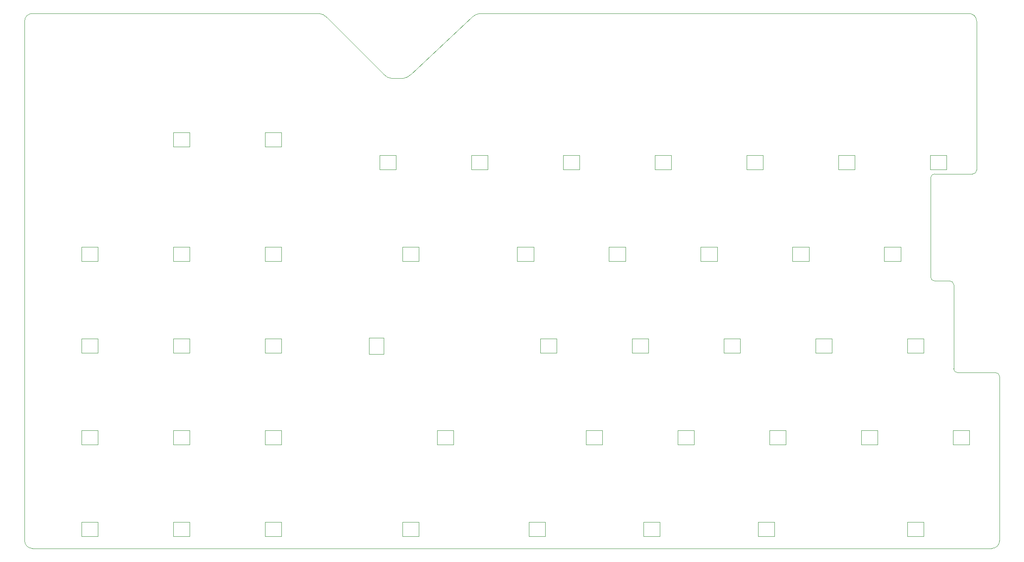
<source format=gm1>
%TF.GenerationSoftware,KiCad,Pcbnew,(6.0.5)*%
%TF.CreationDate,2022-07-20T21:42:13-06:00*%
%TF.ProjectId,kb,6b622e6b-6963-4616-945f-706362585858,rev?*%
%TF.SameCoordinates,Original*%
%TF.FileFunction,Profile,NP*%
%FSLAX46Y46*%
G04 Gerber Fmt 4.6, Leading zero omitted, Abs format (unit mm)*
G04 Created by KiCad (PCBNEW (6.0.5)) date 2022-07-20 21:42:13*
%MOMM*%
%LPD*%
G01*
G04 APERTURE LIST*
%TA.AperFunction,Profile*%
%ADD10C,0.100000*%
%TD*%
%TA.AperFunction,Profile*%
%ADD11C,0.120000*%
%TD*%
G04 APERTURE END LIST*
D10*
X118268751Y-46037507D02*
G75*
G03*
X116681250Y-46831250I466249J-2916893D01*
G01*
X102393751Y-59531257D02*
G75*
G03*
X103981250Y-58737500I-342451J2669257D01*
G01*
X118268750Y-46037500D02*
X219868750Y-46037500D01*
X212725000Y-79375000D02*
X220662500Y-79375000D01*
X23812500Y-47625000D02*
X23812500Y-155575000D01*
X25400000Y-46037500D02*
G75*
G03*
X23812500Y-47625000I0J-1587500D01*
G01*
X86518750Y-46831250D02*
X98425000Y-58737500D01*
X103981250Y-58737500D02*
X116681250Y-46831250D01*
X100012500Y-59531250D02*
X102393750Y-59531250D01*
X225425000Y-120650000D02*
X217487500Y-120650000D01*
X215900000Y-101600000D02*
X212725000Y-101600000D01*
X221456250Y-78581250D02*
X221456250Y-47625000D01*
X226218750Y-155575000D02*
X226218750Y-121443750D01*
X211931250Y-100806250D02*
X211931250Y-80168750D01*
X84931250Y-46037500D02*
X25400000Y-46037500D01*
X98425006Y-58737495D02*
G75*
G03*
X100012500Y-59531250I1770094J1555795D01*
G01*
X226218800Y-121443750D02*
G75*
G03*
X225425000Y-120650000I-793800J-50D01*
G01*
X212725000Y-79375050D02*
G75*
G03*
X211931250Y-80168750I0J-793750D01*
G01*
X216693700Y-119856250D02*
G75*
G03*
X217487500Y-120650000I793800J50D01*
G01*
X220662500Y-79374950D02*
G75*
G03*
X221456250Y-78581250I0J793750D01*
G01*
X224631250Y-157162500D02*
X25400000Y-157162500D01*
X211931200Y-100806250D02*
G75*
G03*
X212725000Y-101600000I793800J50D01*
G01*
X216693750Y-119856250D02*
X216693750Y-102393750D01*
X86518756Y-46831245D02*
G75*
G03*
X84931250Y-46037500I-1821256J-1658155D01*
G01*
X224631250Y-157162550D02*
G75*
G03*
X226218750Y-155575000I-50J1587550D01*
G01*
X23812500Y-155575000D02*
G75*
G03*
X25400000Y-157162500I1587500J0D01*
G01*
X216693800Y-102393750D02*
G75*
G03*
X215900000Y-101600000I-793800J-50D01*
G01*
X221456300Y-47625000D02*
G75*
G03*
X219868750Y-46037500I-1587600J-100D01*
G01*
D11*
%TO.C,D110*%
X54656250Y-97543750D02*
X58056250Y-97543750D01*
X54656250Y-94543750D02*
X54656250Y-97543750D01*
X58056250Y-94543750D02*
X54656250Y-94543750D01*
X58056250Y-97543750D02*
X58056250Y-94543750D01*
%TO.C,D138*%
X73706250Y-154693750D02*
X77106250Y-154693750D01*
X77106250Y-151693750D02*
X73706250Y-151693750D01*
X77106250Y-154693750D02*
X77106250Y-151693750D01*
X73706250Y-151693750D02*
X73706250Y-154693750D01*
%TO.C,D101*%
X58056250Y-73731250D02*
X58056250Y-70731250D01*
X54656250Y-70731250D02*
X54656250Y-73731250D01*
X58056250Y-70731250D02*
X54656250Y-70731250D01*
X54656250Y-73731250D02*
X58056250Y-73731250D01*
%TO.C,D130*%
X112825000Y-132643750D02*
X109425000Y-132643750D01*
X109425000Y-132643750D02*
X109425000Y-135643750D01*
X109425000Y-135643750D02*
X112825000Y-135643750D01*
X112825000Y-135643750D02*
X112825000Y-132643750D01*
%TO.C,D117*%
X202293750Y-97543750D02*
X205693750Y-97543750D01*
X205693750Y-94543750D02*
X202293750Y-94543750D01*
X202293750Y-94543750D02*
X202293750Y-97543750D01*
X205693750Y-97543750D02*
X205693750Y-94543750D01*
%TO.C,D144*%
X211818750Y-78493750D02*
X215218750Y-78493750D01*
X215218750Y-75493750D02*
X211818750Y-75493750D01*
X211818750Y-75493750D02*
X211818750Y-78493750D01*
X215218750Y-78493750D02*
X215218750Y-75493750D01*
%TO.C,D106*%
X154668750Y-75493750D02*
X154668750Y-78493750D01*
X158068750Y-75493750D02*
X154668750Y-75493750D01*
X154668750Y-78493750D02*
X158068750Y-78493750D01*
X158068750Y-78493750D02*
X158068750Y-75493750D01*
%TO.C,D137*%
X54656250Y-151693750D02*
X54656250Y-154693750D01*
X54656250Y-154693750D02*
X58056250Y-154693750D01*
X58056250Y-154693750D02*
X58056250Y-151693750D01*
X58056250Y-151693750D02*
X54656250Y-151693750D01*
%TO.C,D128*%
X58056250Y-132643750D02*
X54656250Y-132643750D01*
X58056250Y-135643750D02*
X58056250Y-132643750D01*
X54656250Y-132643750D02*
X54656250Y-135643750D01*
X54656250Y-135643750D02*
X58056250Y-135643750D01*
%TO.C,D136*%
X35606250Y-154693750D02*
X39006250Y-154693750D01*
X39006250Y-151693750D02*
X35606250Y-151693750D01*
X39006250Y-154693750D02*
X39006250Y-151693750D01*
X35606250Y-151693750D02*
X35606250Y-154693750D01*
%TO.C,D109*%
X39006250Y-94543750D02*
X35606250Y-94543750D01*
X35606250Y-97543750D02*
X39006250Y-97543750D01*
X35606250Y-94543750D02*
X35606250Y-97543750D01*
X39006250Y-97543750D02*
X39006250Y-94543750D01*
%TO.C,D127*%
X35606250Y-135643750D02*
X39006250Y-135643750D01*
X39006250Y-132643750D02*
X35606250Y-132643750D01*
X35606250Y-132643750D02*
X35606250Y-135643750D01*
X39006250Y-135643750D02*
X39006250Y-132643750D01*
%TO.C,D119*%
X54656250Y-116593750D02*
X58056250Y-116593750D01*
X58056250Y-116593750D02*
X58056250Y-113593750D01*
X54656250Y-113593750D02*
X54656250Y-116593750D01*
X58056250Y-113593750D02*
X54656250Y-113593750D01*
%TO.C,D104*%
X119968750Y-78493750D02*
X119968750Y-75493750D01*
X116568750Y-78493750D02*
X119968750Y-78493750D01*
X119968750Y-75493750D02*
X116568750Y-75493750D01*
X116568750Y-75493750D02*
X116568750Y-78493750D01*
%TO.C,D114*%
X145143750Y-94543750D02*
X145143750Y-97543750D01*
X148543750Y-97543750D02*
X148543750Y-94543750D01*
X145143750Y-97543750D02*
X148543750Y-97543750D01*
X148543750Y-94543750D02*
X145143750Y-94543750D01*
%TO.C,D132*%
X159431250Y-132643750D02*
X159431250Y-135643750D01*
X162831250Y-132643750D02*
X159431250Y-132643750D01*
X159431250Y-135643750D02*
X162831250Y-135643750D01*
X162831250Y-135643750D02*
X162831250Y-132643750D01*
%TO.C,D108*%
X196168750Y-78493750D02*
X196168750Y-75493750D01*
X196168750Y-75493750D02*
X192768750Y-75493750D01*
X192768750Y-75493750D02*
X192768750Y-78493750D01*
X192768750Y-78493750D02*
X196168750Y-78493750D01*
%TO.C,D121*%
X95337500Y-113393750D02*
X95337500Y-116793750D01*
X98337500Y-113393750D02*
X95337500Y-113393750D01*
X95337500Y-116793750D02*
X98337500Y-116793750D01*
X98337500Y-116793750D02*
X98337500Y-113393750D01*
%TO.C,D112*%
X105681250Y-94543750D02*
X102281250Y-94543750D01*
X105681250Y-97543750D02*
X105681250Y-94543750D01*
X102281250Y-94543750D02*
X102281250Y-97543750D01*
X102281250Y-97543750D02*
X105681250Y-97543750D01*
%TO.C,D105*%
X135618750Y-78493750D02*
X139018750Y-78493750D01*
X139018750Y-78493750D02*
X139018750Y-75493750D01*
X135618750Y-75493750D02*
X135618750Y-78493750D01*
X139018750Y-75493750D02*
X135618750Y-75493750D01*
%TO.C,D125*%
X188006250Y-116593750D02*
X191406250Y-116593750D01*
X191406250Y-116593750D02*
X191406250Y-113593750D01*
X191406250Y-113593750D02*
X188006250Y-113593750D01*
X188006250Y-113593750D02*
X188006250Y-116593750D01*
%TO.C,D139*%
X102281250Y-151693750D02*
X102281250Y-154693750D01*
X105681250Y-154693750D02*
X105681250Y-151693750D01*
X105681250Y-151693750D02*
X102281250Y-151693750D01*
X102281250Y-154693750D02*
X105681250Y-154693750D01*
%TO.C,D113*%
X126093750Y-94543750D02*
X126093750Y-97543750D01*
X126093750Y-97543750D02*
X129493750Y-97543750D01*
X129493750Y-94543750D02*
X126093750Y-94543750D01*
X129493750Y-97543750D02*
X129493750Y-94543750D01*
%TO.C,D131*%
X143781250Y-135643750D02*
X143781250Y-132643750D01*
X140381250Y-135643750D02*
X143781250Y-135643750D01*
X140381250Y-132643750D02*
X140381250Y-135643750D01*
X143781250Y-132643750D02*
X140381250Y-132643750D01*
%TO.C,D135*%
X219981250Y-132643750D02*
X216581250Y-132643750D01*
X216581250Y-135643750D02*
X219981250Y-135643750D01*
X219981250Y-135643750D02*
X219981250Y-132643750D01*
X216581250Y-132643750D02*
X216581250Y-135643750D01*
%TO.C,D120*%
X77106250Y-116593750D02*
X77106250Y-113593750D01*
X73706250Y-113593750D02*
X73706250Y-116593750D01*
X77106250Y-113593750D02*
X73706250Y-113593750D01*
X73706250Y-116593750D02*
X77106250Y-116593750D01*
%TO.C,D143*%
X207056250Y-151693750D02*
X207056250Y-154693750D01*
X210456250Y-154693750D02*
X210456250Y-151693750D01*
X207056250Y-154693750D02*
X210456250Y-154693750D01*
X210456250Y-151693750D02*
X207056250Y-151693750D01*
%TO.C,D141*%
X152287500Y-154693750D02*
X155687500Y-154693750D01*
X155687500Y-154693750D02*
X155687500Y-151693750D01*
X155687500Y-151693750D02*
X152287500Y-151693750D01*
X152287500Y-151693750D02*
X152287500Y-154693750D01*
%TO.C,D126*%
X207056250Y-113593750D02*
X207056250Y-116593750D01*
X210456250Y-113593750D02*
X207056250Y-113593750D01*
X210456250Y-116593750D02*
X210456250Y-113593750D01*
X207056250Y-116593750D02*
X210456250Y-116593750D01*
%TO.C,D134*%
X200931250Y-135643750D02*
X200931250Y-132643750D01*
X197531250Y-135643750D02*
X200931250Y-135643750D01*
X197531250Y-132643750D02*
X197531250Y-135643750D01*
X200931250Y-132643750D02*
X197531250Y-132643750D01*
%TO.C,D116*%
X186643750Y-94543750D02*
X183243750Y-94543750D01*
X186643750Y-97543750D02*
X186643750Y-94543750D01*
X183243750Y-94543750D02*
X183243750Y-97543750D01*
X183243750Y-97543750D02*
X186643750Y-97543750D01*
%TO.C,D140*%
X128475000Y-154693750D02*
X131875000Y-154693750D01*
X131875000Y-154693750D02*
X131875000Y-151693750D01*
X128475000Y-151693750D02*
X128475000Y-154693750D01*
X131875000Y-151693750D02*
X128475000Y-151693750D01*
%TO.C,D124*%
X172356250Y-116593750D02*
X172356250Y-113593750D01*
X172356250Y-113593750D02*
X168956250Y-113593750D01*
X168956250Y-116593750D02*
X172356250Y-116593750D01*
X168956250Y-113593750D02*
X168956250Y-116593750D01*
%TO.C,D102*%
X73706250Y-73731250D02*
X77106250Y-73731250D01*
X77106250Y-70731250D02*
X73706250Y-70731250D01*
X73706250Y-70731250D02*
X73706250Y-73731250D01*
X77106250Y-73731250D02*
X77106250Y-70731250D01*
%TO.C,D123*%
X153306250Y-116593750D02*
X153306250Y-113593750D01*
X149906250Y-113593750D02*
X149906250Y-116593750D01*
X153306250Y-113593750D02*
X149906250Y-113593750D01*
X149906250Y-116593750D02*
X153306250Y-116593750D01*
%TO.C,D103*%
X97518750Y-78493750D02*
X100918750Y-78493750D01*
X100918750Y-75493750D02*
X97518750Y-75493750D01*
X100918750Y-78493750D02*
X100918750Y-75493750D01*
X97518750Y-75493750D02*
X97518750Y-78493750D01*
%TO.C,D142*%
X176100000Y-151693750D02*
X176100000Y-154693750D01*
X176100000Y-154693750D02*
X179500000Y-154693750D01*
X179500000Y-151693750D02*
X176100000Y-151693750D01*
X179500000Y-154693750D02*
X179500000Y-151693750D01*
%TO.C,D111*%
X73706250Y-97543750D02*
X77106250Y-97543750D01*
X77106250Y-97543750D02*
X77106250Y-94543750D01*
X77106250Y-94543750D02*
X73706250Y-94543750D01*
X73706250Y-94543750D02*
X73706250Y-97543750D01*
%TO.C,D118*%
X35606250Y-113593750D02*
X35606250Y-116593750D01*
X39006250Y-116593750D02*
X39006250Y-113593750D01*
X39006250Y-113593750D02*
X35606250Y-113593750D01*
X35606250Y-116593750D02*
X39006250Y-116593750D01*
%TO.C,D133*%
X178481250Y-135643750D02*
X181881250Y-135643750D01*
X178481250Y-132643750D02*
X178481250Y-135643750D01*
X181881250Y-132643750D02*
X178481250Y-132643750D01*
X181881250Y-135643750D02*
X181881250Y-132643750D01*
%TO.C,D107*%
X173718750Y-78493750D02*
X177118750Y-78493750D01*
X177118750Y-75493750D02*
X173718750Y-75493750D01*
X173718750Y-75493750D02*
X173718750Y-78493750D01*
X177118750Y-78493750D02*
X177118750Y-75493750D01*
%TO.C,D115*%
X164193750Y-94543750D02*
X164193750Y-97543750D01*
X164193750Y-97543750D02*
X167593750Y-97543750D01*
X167593750Y-94543750D02*
X164193750Y-94543750D01*
X167593750Y-97543750D02*
X167593750Y-94543750D01*
%TO.C,D122*%
X134256250Y-116593750D02*
X134256250Y-113593750D01*
X130856250Y-113593750D02*
X130856250Y-116593750D01*
X130856250Y-116593750D02*
X134256250Y-116593750D01*
X134256250Y-113593750D02*
X130856250Y-113593750D01*
%TO.C,D129*%
X77106250Y-132643750D02*
X73706250Y-132643750D01*
X77106250Y-135643750D02*
X77106250Y-132643750D01*
X73706250Y-132643750D02*
X73706250Y-135643750D01*
X73706250Y-135643750D02*
X77106250Y-135643750D01*
%TD*%
M02*

</source>
